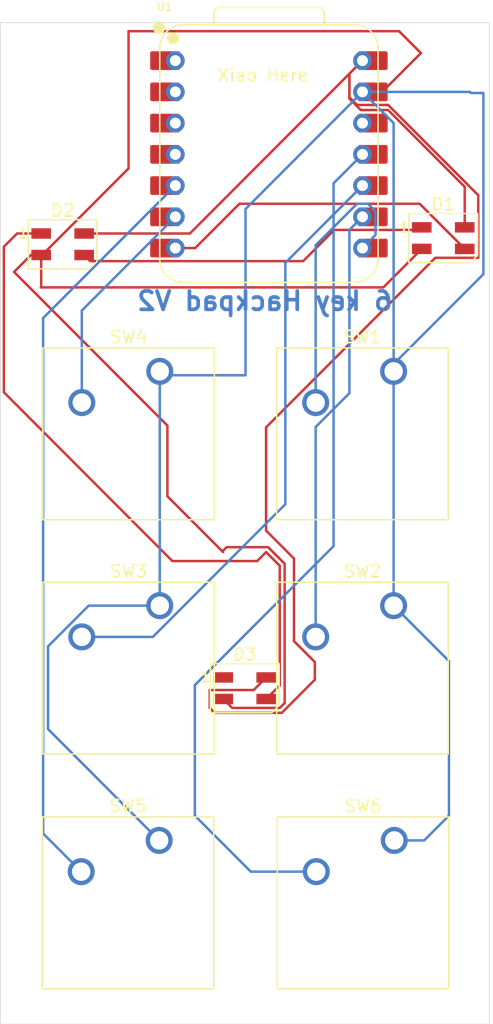
<source format=kicad_pcb>
(kicad_pcb (version 20241229) (generator "pcbnew") (generator_version "9.0")
  (layers (0 "F.Cu" signal) (2 "B.Cu" signal) (13 "F.Paste" user) (15 "B.Paste" user) (5 "F.SilkS" user "F.Silkscreen") (7 "B.SilkS" user "B.Silkscreen") (1 "F.Mask" user) (3 "B.Mask" user) (25 "Edge.Cuts" user))
  (net 0 "")
  (net 1 "Net-(D1-DOUT)")
  (net 2 "Net-(D1-DIN)")
  (net 3 "+5V")
  (net 4 "GND")
  (net 5 "Net-(U1-GPIO1{slash}RX)")
  (net 6 "Net-(U1-GPIO7{slash}SCL)")
  (net 12 "Net-(D2-DOUT)")
  (net 14 "Net-(U1-GPIO6{slash}SDA)")
  (footprint "Button_Switch_Keyboard:SW_Cherry_MX_1.00u_PCB" (layer "F.Cu") (at 114.51 94.97)
    (property "Reference" "SW6" (at -2.54 -2.794 0) (layer "F.SilkS"))
    (property "Value" "SW_Push")
    (fp_line (start -9.525 -1.905) (end 4.445 -1.905) (stroke (width 0.12)) (layer "F.SilkS"))
    (fp_line (start -9.525 12.065) (end -9.525 -1.905) (stroke (width 0.12)) (layer "F.SilkS"))
    (fp_line (start 4.445 -1.905) (end 4.445 12.065) (stroke (width 0.12)) (layer "F.SilkS"))
    (fp_line (start 4.445 12.065) (end -9.525 12.065) (stroke (width 0.12)) (layer "F.SilkS"))
    (pad "" np_thru_hole circle (at -7.62 5.08) (size 1.7 1.7) (drill 1.7) (layers "*.Cu" "*.Mask"))
    (pad "" np_thru_hole circle (at -2.54 5.08) (size 4 4) (drill 4) (layers "*.Cu" "*.Mask"))
    (pad "" np_thru_hole circle (at 2.54 5.08) (size 1.7 1.7) (drill 1.7) (layers "*.Cu" "*.Mask"))
    (pad "1" thru_hole circle (at 0 0) (size 2.2 2.2) (drill 1.5) (layers "*.Cu" "*.Mask") (net 4 "GND"))
    (pad "2" thru_hole circle (at -6.35 2.54) (size 2.2 2.2) (drill 1.5) (layers "*.Cu" "*.Mask") (net 5 "Net-(U1-GPIO1{slash}RX)"))
  )
  (footprint "Button_Switch_Keyboard:SW_Cherry_MX_1.00u_PCB" (layer "F.Cu") (at 114.45875 75.8825)
    (property "Reference" "SW2" (at -2.54 -2.794 0) (layer "F.SilkS"))
    (property "Value" "SW_Push")
    (fp_line (start -9.525 -1.905) (end 4.445 -1.905) (stroke (width 0.12)) (layer "F.SilkS"))
    (fp_line (start -9.525 12.065) (end -9.525 -1.905) (stroke (width 0.12)) (layer "F.SilkS"))
    (fp_line (start 4.445 -1.905) (end 4.445 12.065) (stroke (width 0.12)) (layer "F.SilkS"))
    (fp_line (start 4.445 12.065) (end -9.525 12.065) (stroke (width 0.12)) (layer "F.SilkS"))
    (pad "" np_thru_hole circle (at -7.62 5.08) (size 1.7 1.7) (drill 1.7) (layers "*.Cu" "*.Mask"))
    (pad "" np_thru_hole circle (at -2.54 5.08) (size 4 4) (drill 4) (layers "*.Cu" "*.Mask"))
    (pad "" np_thru_hole circle (at 2.54 5.08) (size 1.7 1.7) (drill 1.7) (layers "*.Cu" "*.Mask"))
    (pad "1" thru_hole circle (at 0 0) (size 2.2 2.2) (drill 1.5) (layers "*.Cu" "*.Mask") (net 4 "GND"))
    (pad "2" thru_hole circle (at -6.35 2.54) (size 2.2 2.2) (drill 1.5) (layers "*.Cu" "*.Mask") (net 5 "Net-(U1-GPIO1{slash}RX)"))
  )
  (footprint "Button_Switch_Keyboard:SW_Cherry_MX_1.00u_PCB" (layer "F.Cu") (at 95.36 94.97)
    (property "Reference" "SW5" (at -2.54 -2.794 0) (layer "F.SilkS"))
    (property "Value" "SW_Push")
    (fp_line (start -9.525 -1.905) (end 4.445 -1.905) (stroke (width 0.12)) (layer "F.SilkS"))
    (fp_line (start -9.525 12.065) (end -9.525 -1.905) (stroke (width 0.12)) (layer "F.SilkS"))
    (fp_line (start 4.445 -1.905) (end 4.445 12.065) (stroke (width 0.12)) (layer "F.SilkS"))
    (fp_line (start 4.445 12.065) (end -9.525 12.065) (stroke (width 0.12)) (layer "F.SilkS"))
    (pad "" np_thru_hole circle (at -7.62 5.08) (size 1.7 1.7) (drill 1.7) (layers "*.Cu" "*.Mask"))
    (pad "" np_thru_hole circle (at -2.54 5.08) (size 4 4) (drill 4) (layers "*.Cu" "*.Mask"))
    (pad "" np_thru_hole circle (at 2.54 5.08) (size 1.7 1.7) (drill 1.7) (layers "*.Cu" "*.Mask"))
    (pad "1" thru_hole circle (at 0 0) (size 2.2 2.2) (drill 1.5) (layers "*.Cu" "*.Mask") (net 4 "GND"))
    (pad "2" thru_hole circle (at -6.35 2.54) (size 2.2 2.2) (drill 1.5) (layers "*.Cu" "*.Mask") (net 14 "Net-(U1-GPIO6{slash}SDA)"))
  )
  (footprint "LED_SMD:LED_SK6812MINI_PLCC4_3.5x3.5mm_P1.75mm" (layer "F.Cu") (at 87.5 46.5)
    (property "Reference" "D2" (at 0 -2.75 0) (layer "F.SilkS"))
    (property "Value" "SK6812MINI")
    (fp_line (start -2.8 -2) (end -2.8 2) (stroke (width 0.12)) (layer "F.SilkS"))
    (fp_line (start -2.8 -2) (end 2.8 -2) (stroke (width 0.12)) (layer "F.SilkS"))
    (fp_line (start -2.8 2) (end 2.2 2) (stroke (width 0.12)) (layer "F.SilkS"))
    (fp_line (start 2.8 1.4) (end 2.2 2) (stroke (width 0.12)) (layer "F.SilkS"))
    (fp_line (start 2.8 1.4) (end 2.8 -2) (stroke (width 0.12)) (layer "F.SilkS"))
    (fp_text user "1" (at -3.2 -0.875 0) (layer "F.SilkS") (effects (font (size 0.8 0.8))))
    (pad "1" smd rect (at -1.75 -0.875) (size 1.6 0.85) (layers "F.Cu" "F.Mask" "F.Paste") (net 12 "Net-(D2-DOUT)"))
    (pad "2" smd rect (at -1.75 0.875) (size 1.6 0.85) (layers "F.Cu" "F.Mask" "F.Paste") (net 4 "GND"))
    (pad "3" smd rect (at 1.75 0.875) (size 1.6 0.85) (layers "F.Cu" "F.Mask" "F.Paste") (net 1 "Net-(D1-DOUT)"))
    (pad "4" smd rect (at 1.75 -0.875) (size 1.6 0.85) (layers "F.Cu" "F.Mask" "F.Paste") (net 3 "+5V"))
  )
  (footprint "Button_Switch_Keyboard:SW_Cherry_MX_1.00u_PCB" (layer "F.Cu") (at 95.40875 56.8325)
    (property "Reference" "SW4" (at -2.54 -2.794 0) (layer "F.SilkS"))
    (property "Value" "SW_Push")
    (fp_line (start -9.525 -1.905) (end 4.445 -1.905) (stroke (width 0.12)) (layer "F.SilkS"))
    (fp_line (start -9.525 12.065) (end -9.525 -1.905) (stroke (width 0.12)) (layer "F.SilkS"))
    (fp_line (start 4.445 -1.905) (end 4.445 12.065) (stroke (width 0.12)) (layer "F.SilkS"))
    (fp_line (start 4.445 12.065) (end -9.525 12.065) (stroke (width 0.12)) (layer "F.SilkS"))
    (pad "" np_thru_hole circle (at -7.62 5.08) (size 1.7 1.7) (drill 1.7) (layers "*.Cu" "*.Mask"))
    (pad "" np_thru_hole circle (at -2.54 5.08) (size 4 4) (drill 4) (layers "*.Cu" "*.Mask"))
    (pad "" np_thru_hole circle (at 2.54 5.08) (size 1.7 1.7) (drill 1.7) (layers "*.Cu" "*.Mask"))
    (pad "1" thru_hole circle (at 0 0) (size 2.2 2.2) (drill 1.5) (layers "*.Cu" "*.Mask") (net 4 "GND"))
    (pad "2" thru_hole circle (at -6.35 2.54) (size 2.2 2.2) (drill 1.5) (layers "*.Cu" "*.Mask") (net 6 "Net-(U1-GPIO7{slash}SCL)"))
  )
  (footprint "5:XIAO-RP2040-DIP" (layer "F.Cu") (at 104.29875 39.19)
    (property "Reference" "U1" (at -8.5 -12 0) (layer "F.SilkS") (effects (font (size 0.635 0.635) (thickness 0.1016))))
    (property "Value" "XIAO-RP2040-DIP")
    (fp_line (start -8.89 8.509) (end -8.89 -8.636) (stroke (width 0.127)) (layer "F.SilkS"))
    (fp_line (start -6.985 10.414) (end 6.985 10.414) (stroke (width 0.127)) (layer "F.SilkS"))
    (fp_line (start -4.495 -10.541) (end -4.491272 -11.451272) (stroke (width 0.127)) (layer "F.SilkS"))
    (fp_line (start -3.991272 -11.951) (end 4.004 -11.951) (stroke (width 0.127)) (layer "F.SilkS"))
    (fp_line (start 4.504 -11.451) (end 4.504 -10.541) (stroke (width 0.127)) (layer "F.SilkS"))
    (fp_line (start 6.985 -10.541) (end -6.985 -10.541) (stroke (width 0.1)) (layer "F.SilkS"))
    (fp_line (start 6.985 -10.541) (end -6.985 -10.541) (stroke (width 0.127)) (layer "F.SilkS"))
    (fp_line (start 8.89 8.509) (end 8.89 -8.636) (stroke (width 0.127)) (layer "F.SilkS"))
    (fp_arc (start -8.89 -8.636) (mid -8.332038 -9.983038) (end -6.985 -10.541) (stroke (width 0.127)) (layer "F.SilkS"))
    (fp_arc (start -6.985 10.414) (mid -8.332038 9.856038) (end -8.89 8.509) (stroke (width 0.127)) (layer "F.SilkS"))
    (fp_arc (start -4.491272 -11.451272) (mid -4.344728 -11.80464) (end -3.991272 -11.951) (stroke (width 0.127)) (layer "F.SilkS"))
    (fp_arc (start 4.004 -11.951) (mid 4.357553 -11.804553) (end 4.504 -11.451) (stroke (width 0.127)) (layer "F.SilkS"))
    (fp_arc (start 6.985 -10.541) (mid 8.332038 -9.983038) (end 8.89 -8.636) (stroke (width 0.127)) (layer "F.SilkS"))
    (fp_arc (start 8.89 8.509) (mid 8.332038 9.856038) (end 6.985 10.414) (stroke (width 0.127)) (layer "F.SilkS"))
    (fp_circle (center -8.95 -10.3) (end -8.95 -10.554) (stroke (width 0.5)) (fill yes) (layer "F.SilkS"))
    (fp_circle (center -7.807 -9.42) (end -7.807 -9.674) (stroke (width 0.5)) (fill yes) (layer "F.SilkS"))
    (pad "1" smd roundrect (at -8.455 -7.62 180) (size 2.432 1.524) (layers "F.Cu" "F.Mask") (roundrect_rratio 0.1))
    (pad "1" thru_hole circle (at -7.62 -7.62 180) (size 1.524 1.524) (drill 0.889) (layers "*.Cu" "*.Mask"))
    (pad "2" smd roundrect (at -8.455 -5.08 180) (size 2.432 1.524) (layers "F.Cu" "F.Mask") (roundrect_rratio 0.1))
    (pad "2" thru_hole circle (at -7.62 -5.08 180) (size 1.524 1.524) (drill 0.889) (layers "*.Cu" "*.Mask"))
    (pad "3" smd roundrect (at -8.455 -2.54 180) (size 2.432 1.524) (layers "F.Cu" "F.Mask") (roundrect_rratio 0.1))
    (pad "3" thru_hole circle (at -7.62 -2.54 180) (size 1.524 1.524) (drill 0.889) (layers "*.Cu" "*.Mask"))
    (pad "4" smd roundrect (at -8.455 0 180) (size 2.432 1.524) (layers "F.Cu" "F.Mask") (roundrect_rratio 0.1))
    (pad "4" thru_hole circle (at -7.62 0 180) (size 1.524 1.524) (drill 0.889) (layers "*.Cu" "*.Mask"))
    (pad "5" smd roundrect (at -8.455 2.54 180) (size 2.432 1.524) (layers "F.Cu" "F.Mask") (roundrect_rratio 0.1) (net 14 "Net-(U1-GPIO6{slash}SDA)"))
    (pad "5" thru_hole circle (at -7.62 2.54 180) (size 1.524 1.524) (drill 0.889) (layers "*.Cu" "*.Mask") (net 14 "Net-(U1-GPIO6{slash}SDA)"))
    (pad "6" smd roundrect (at -8.455 5.08 180) (size 2.432 1.524) (layers "F.Cu" "F.Mask") (roundrect_rratio 0.1) (net 6 "Net-(U1-GPIO7{slash}SCL)"))
    (pad "6" thru_hole circle (at -7.62 5.08 180) (size 1.524 1.524) (drill 0.889) (layers "*.Cu" "*.Mask") (net 6 "Net-(U1-GPIO7{slash}SCL)"))
    (pad "7" smd roundrect (at -8.455 7.62 180) (size 2.432 1.524) (layers "F.Cu" "F.Mask") (roundrect_rratio 0.1) (net 2 "Net-(D1-DIN)"))
    (pad "7" thru_hole circle (at -7.62 7.62 180) (size 1.524 1.524) (drill 0.889) (layers "*.Cu" "*.Mask") (net 2 "Net-(D1-DIN)"))
    (pad "8" thru_hole circle (at 7.62 7.62) (size 1.524 1.524) (drill 0.889) (layers "*.Cu" "*.Mask") (net 5 "Net-(U1-GPIO1{slash}RX)"))
    (pad "8" smd roundrect (at 8.455 7.62) (size 2.432 1.524) (layers "F.Cu" "F.Mask") (roundrect_rratio 0.1) (net 5 "Net-(U1-GPIO1{slash}RX)"))
    (pad "9" thru_hole circle (at 7.62 5.08) (size 1.524 1.524) (drill 0.889) (layers "*.Cu" "*.Mask") (net 5 "Net-(U1-GPIO1{slash}RX)"))
    (pad "9" smd roundrect (at 8.455 5.08) (size 2.432 1.524) (layers "F.Cu" "F.Mask") (roundrect_rratio 0.1) (net 5 "Net-(U1-GPIO1{slash}RX)"))
    (pad "10" thru_hole circle (at 7.62 2.54) (size 1.524 1.524) (drill 0.889) (layers "*.Cu" "*.Mask") (net 5 "Net-(U1-GPIO1{slash}RX)"))
    (pad "10" smd roundrect (at 8.455 2.54) (size 2.432 1.524) (layers "F.Cu" "F.Mask") (roundrect_rratio 0.1) (net 5 "Net-(U1-GPIO1{slash}RX)"))
    (pad "11" thru_hole circle (at 7.62 0) (size 1.524 1.524) (drill 0.889) (layers "*.Cu" "*.Mask") (net 5 "Net-(U1-GPIO1{slash}RX)"))
    (pad "11" smd roundrect (at 8.455 0) (size 2.432 1.524) (layers "F.Cu" "F.Mask") (roundrect_rratio 0.1) (net 5 "Net-(U1-GPIO1{slash}RX)"))
    (pad "12" thru_hole circle (at 7.62 -2.54) (size 1.524 1.524) (drill 0.889) (layers "*.Cu" "*.Mask"))
    (pad "12" smd roundrect (at 8.455 -2.54) (size 2.432 1.524) (layers "F.Cu" "F.Mask") (roundrect_rratio 0.1))
    (pad "13" thru_hole circle (at 7.62 -5.08) (size 1.524 1.524) (drill 0.889) (layers "*.Cu" "*.Mask") (net 4 "GND"))
    (pad "13" smd roundrect (at 8.455 -5.08) (size 2.432 1.524) (layers "F.Cu" "F.Mask") (roundrect_rratio 0.1) (net 4 "GND"))
    (pad "14" thru_hole circle (at 7.62 -7.62) (size 1.524 1.524) (drill 0.889) (layers "*.Cu" "*.Mask") (net 3 "+5V"))
    (pad "14" smd roundrect (at 8.455 -7.62) (size 2.432 1.524) (layers "F.Cu" "F.Mask") (roundrect_rratio 0.1) (net 3 "+5V"))
  )
  (footprint "LED_SMD:LED_SK6812MINI_PLCC4_3.5x3.5mm_P1.75mm" (layer "F.Cu") (at 118.5 46)
    (property "Reference" "D1" (at 0 -2.75 0) (layer "F.SilkS"))
    (property "Value" "SK6812MINI")
    (fp_line (start -2.8 -2) (end -2.8 2) (stroke (width 0.12)) (layer "F.SilkS"))
    (fp_line (start -2.8 -2) (end 2.8 -2) (stroke (width 0.12)) (layer "F.SilkS"))
    (fp_line (start -2.8 2) (end 2.2 2) (stroke (width 0.12)) (layer "F.SilkS"))
    (fp_line (start 2.8 1.4) (end 2.2 2) (stroke (width 0.12)) (layer "F.SilkS"))
    (fp_line (start 2.8 1.4) (end 2.8 -2) (stroke (width 0.12)) (layer "F.SilkS"))
    (fp_text user "1" (at -3.2 -0.875 0) (layer "F.SilkS") (effects (font (size 0.8 0.8))))
    (pad "1" smd rect (at -1.75 -0.875) (size 1.6 0.85) (layers "F.Cu" "F.Mask" "F.Paste") (net 1 "Net-(D1-DOUT)"))
    (pad "2" smd rect (at -1.75 0.875) (size 1.6 0.85) (layers "F.Cu" "F.Mask" "F.Paste") (net 4 "GND"))
    (pad "3" smd rect (at 1.75 0.875) (size 1.6 0.85) (layers "F.Cu" "F.Mask" "F.Paste") (net 2 "Net-(D1-DIN)"))
    (pad "4" smd rect (at 1.75 -0.875) (size 1.6 0.85) (layers "F.Cu" "F.Mask" "F.Paste") (net 3 "+5V"))
  )
  (footprint "LED_SMD:LED_SK6812MINI_PLCC4_3.5x3.5mm_P1.75mm" (layer "F.Cu") (at 102.33 82.595)
    (property "Reference" "D3" (at 0 -2.75 0) (layer "F.SilkS"))
    (property "Value" "SK6812MINI")
    (fp_line (start -2.8 -2) (end -2.8 2) (stroke (width 0.12)) (layer "F.SilkS"))
    (fp_line (start -2.8 -2) (end 2.8 -2) (stroke (width 0.12)) (layer "F.SilkS"))
    (fp_line (start -2.8 2) (end 2.2 2) (stroke (width 0.12)) (layer "F.SilkS"))
    (fp_line (start 2.8 1.4) (end 2.2 2) (stroke (width 0.12)) (layer "F.SilkS"))
    (fp_line (start 2.8 1.4) (end 2.8 -2) (stroke (width 0.12)) (layer "F.SilkS"))
    (fp_text user "1" (at -3.2 -0.875 0) (layer "F.SilkS") (effects (font (size 0.8 0.8))))
    (pad "1" smd rect (at -1.75 -0.875) (size 1.6 0.85) (layers "F.Cu" "F.Mask" "F.Paste"))
    (pad "2" smd rect (at -1.75 0.875) (size 1.6 0.85) (layers "F.Cu" "F.Mask" "F.Paste") (net 4 "GND"))
    (pad "3" smd rect (at 1.75 0.875) (size 1.6 0.85) (layers "F.Cu" "F.Mask" "F.Paste") (net 12 "Net-(D2-DOUT)"))
    (pad "4" smd rect (at 1.75 -0.875) (size 1.6 0.85) (layers "F.Cu" "F.Mask" "F.Paste") (net 3 "+5V"))
  )
  (footprint "Button_Switch_Keyboard:SW_Cherry_MX_1.00u_PCB" (layer "F.Cu") (at 95.40875 75.8825)
    (property "Reference" "SW3" (at -2.54 -2.794 0) (layer "F.SilkS"))
    (property "Value" "SW_Push")
    (fp_line (start -9.525 -1.905) (end 4.445 -1.905) (stroke (width 0.12)) (layer "F.SilkS"))
    (fp_line (start -9.525 12.065) (end -9.525 -1.905) (stroke (width 0.12)) (layer "F.SilkS"))
    (fp_line (start 4.445 -1.905) (end 4.445 12.065) (stroke (width 0.12)) (layer "F.SilkS"))
    (fp_line (start 4.445 12.065) (end -9.525 12.065) (stroke (width 0.12)) (layer "F.SilkS"))
    (pad "" np_thru_hole circle (at -7.62 5.08) (size 1.7 1.7) (drill 1.7) (layers "*.Cu" "*.Mask"))
    (pad "" np_thru_hole circle (at -2.54 5.08) (size 4 4) (drill 4) (layers "*.Cu" "*.Mask"))
    (pad "" np_thru_hole circle (at 2.54 5.08) (size 1.7 1.7) (drill 1.7) (layers "*.Cu" "*.Mask"))
    (pad "1" thru_hole circle (at 0 0) (size 2.2 2.2) (drill 1.5) (layers "*.Cu" "*.Mask") (net 4 "GND"))
    (pad "2" thru_hole circle (at -6.35 2.54) (size 2.2 2.2) (drill 1.5) (layers "*.Cu" "*.Mask") (net 5 "Net-(U1-GPIO1{slash}RX)"))
  )
  (footprint "Button_Switch_Keyboard:SW_Cherry_MX_1.00u_PCB" (layer "F.Cu") (at 114.45875 56.8325)
    (property "Reference" "SW1" (at -2.54 -2.794 0) (layer "F.SilkS"))
    (property "Value" "SW_Push")
    (fp_line (start -9.525 -1.905) (end 4.445 -1.905) (stroke (width 0.12)) (layer "F.SilkS"))
    (fp_line (start -9.525 12.065) (end -9.525 -1.905) (stroke (width 0.12)) (layer "F.SilkS"))
    (fp_line (start 4.445 -1.905) (end 4.445 12.065) (stroke (width 0.12)) (layer "F.SilkS"))
    (fp_line (start 4.445 12.065) (end -9.525 12.065) (stroke (width 0.12)) (layer "F.SilkS"))
    (pad "" np_thru_hole circle (at -7.62 5.08) (size 1.7 1.7) (drill 1.7) (layers "*.Cu" "*.Mask"))
    (pad "" np_thru_hole circle (at -2.54 5.08) (size 4 4) (drill 4) (layers "*.Cu" "*.Mask"))
    (pad "" np_thru_hole circle (at 2.54 5.08) (size 1.7 1.7) (drill 1.7) (layers "*.Cu" "*.Mask"))
    (pad "1" thru_hole circle (at 0 0) (size 2.2 2.2) (drill 1.5) (layers "*.Cu" "*.Mask") (net 4 "GND"))
    (pad "2" thru_hole circle (at -6.35 2.54) (size 2.2 2.2) (drill 1.5) (layers "*.Cu" "*.Mask") (net 5 "Net-(U1-GPIO1{slash}RX)"))
  )
  (gr_rect (start 82.42 28.48) (end 122.26 109.9) (stroke (width 0.05)) (fill no) (layer "Edge.Cuts"))
  (gr_text "6 key Hackpad V2" (at 114.52 51.99 0) (layer "B.Cu") (effects (font (size 1.5 1.5) (thickness 0.3) (bold yes)) (justify left bottom mirror)))
  (gr_text "Xiao Here" (at 100.0125 33.3375 0) (layer "F.SilkS") (effects (font (size 1 1)) (justify left bottom)))
  (segment (start 116.75 45.125) (end 116.542 45.333) (width 0.2) (layer "F.Cu") (net 1))
  (segment (start 116.542 45.333) (end 109.62675 45.333) (width 0.2) (layer "F.Cu") (net 1))
  (segment (start 107.08675 47.873) (end 89.748 47.873) (width 0.2) (layer "F.Cu") (net 1))
  (segment (start 109.62675 45.333) (end 107.08675 47.873) (width 0.2) (layer "F.Cu") (net 1))
  (segment (start 89.748 47.873) (end 89.25 47.375) (width 0.2) (layer "F.Cu") (net 1))
  (segment (start 120.25 46.875) (end 116.582 43.207) (width 0.2) (layer "F.Cu") (net 2))
  (segment (start 101.89625 43.207) (end 98.29325 46.81) (width 0.2) (layer "F.Cu") (net 2))
  (segment (start 116.582 43.207) (end 101.89625 43.207) (width 0.2) (layer "F.Cu") (net 2))
  (segment (start 98.29325 46.81) (end 96.67875 46.81) (width 0.2) (layer "F.Cu") (net 2))
  (segment (start 114.009376 35.173) (end 111.47844 35.173) (width 0.2) (layer "F.Cu") (net 3))
  (segment (start 99.479 82.744) (end 103.056 82.744) (width 0.2) (layer "F.Cu") (net 3))
  (segment (start 120.25 41.827624) (end 120.25 45.125) (width 0.2) (layer "F.Cu") (net 3))
  (segment (start 111.787 35.587) (end 114.009376 35.587) (width 0.2) (layer "F.Cu") (net 3))
  (segment (start 99.88 84.597) (end 99.479 84.196) (width 0.2) (layer "F.Cu") (net 3))
  (segment (start 110.85575 32.633) (end 111.91875 31.57) (width 0.2) (layer "F.Cu") (net 3))
  (segment (start 89.25 45.625) (end 97.86375 45.625) (width 0.2) (layer "F.Cu") (net 3))
  (segment (start 106.34128 72.05128) (end 106.34128 78.76656) (width 0.2) (layer "F.Cu") (net 3))
  (segment (start 104.07 61.382) (end 117.851 47.601) (width 0.2) (layer "F.Cu") (net 3))
  (segment (start 114.009376 35.587) (end 120.25 41.827624) (width 0.2) (layer "F.Cu") (net 3))
  (segment (start 117.851 47.601) (end 121.351 47.601) (width 0.2) (layer "F.Cu") (net 3))
  (segment (start 108.03975 81.90435) (end 105.3471 84.597) (width 0.2) (layer "F.Cu") (net 3))
  (segment (start 110.85575 34.65575) (end 111.787 35.587) (width 0.2) (layer "F.Cu") (net 3))
  (segment (start 106.34128 78.76656) (end 108.03975 80.46503) (width 0.2) (layer "F.Cu") (net 3))
  (segment (start 104.07 69.78) (end 106.34128 72.05128) (width 0.2) (layer "F.Cu") (net 3))
  (segment (start 121.351 42.514624) (end 114.009376 35.173) (width 0.2) (layer "F.Cu") (net 3))
  (segment (start 110.85575 34.55031) (end 110.85575 32.633) (width 0.2) (layer "F.Cu") (net 3))
  (segment (start 99.479 84.196) (end 99.479 82.744) (width 0.2) (layer "F.Cu") (net 3))
  (segment (start 111.47844 35.173) (end 110.85575 34.55031) (width 0.2) (layer "F.Cu") (net 3))
  (segment (start 121.351 47.601) (end 121.351 42.514624) (width 0.2) (layer "F.Cu") (net 3))
  (segment (start 104.07 69.78) (end 104.07 61.382) (width 0.2) (layer "F.Cu") (net 3))
  (segment (start 108.03975 80.46503) (end 108.03975 81.90435) (width 0.2) (layer "F.Cu") (net 3))
  (segment (start 105.3471 84.597) (end 99.88 84.597) (width 0.2) (layer "F.Cu") (net 3))
  (segment (start 110.85575 32.633) (end 110.85575 34.65575) (width 0.2) (layer "F.Cu") (net 3))
  (segment (start 103.056 82.744) (end 104.08 81.72) (width 0.2) (layer "F.Cu") (net 3))
  (segment (start 97.86375 45.625) (end 111.91875 31.57) (width 0.2) (layer "F.Cu") (net 3))
  (segment (start 85.827 47.375) (end 85.75 47.375) (width 0.2) (layer "F.Cu") (net 4))
  (segment (start 92.86875 40.33325) (end 85.827 47.375) (width 0.2) (layer "F.Cu") (net 4))
  (segment (start 100.851 71.129) (end 104.2361 71.129) (width 0.2) (layer "F.Cu") (net 4))
  (segment (start 116.68125 30.95625) (end 114.901 29.176) (width 0.2) (layer "F.Cu") (net 4))
  (segment (start 113.5275 34.11) (end 116.68125 30.95625) (width 0.2) (layer "F.Cu") (net 4))
  (segment (start 85.75 47.375) (end 85.475 47.375) (width 0.2) (layer "F.Cu") (net 4))
  (segment (start 105.181 84.196) (end 101.306 84.196) (width 0.2) (layer "F.Cu") (net 4))
  (segment (start 96.03 66.99) (end 96.03 61.24) (width 0.2) (layer "F.Cu") (net 4))
  (segment (start 92.86875 29.176) (end 92.86875 40.33325) (width 0.2) (layer "F.Cu") (net 4))
  (segment (start 100.51 71.47) (end 96.03 66.99) (width 0.2) (layer "F.Cu") (net 4))
  (segment (start 105.582 72.4749) (end 105.582 83.795) (width 0.2) (layer "F.Cu") (net 4))
  (segment (start 85.725 50.00625) (end 113.61875 50.00625) (width 0.2) (layer "F.Cu") (net 4))
  (segment (start 113.61875 50.00625) (end 116.75 46.875) (width 0.2) (layer "F.Cu") (net 4))
  (segment (start 100.57 71.53) (end 100.51 71.47) (width 0.2) (layer "F.Cu") (net 4))
  (segment (start 85.75 49.98125) (end 85.725 50.00625) (width 0.2) (layer "F.Cu") (net 4))
  (segment (start 104.2361 71.129) (end 105.582 72.4749) (width 0.2) (layer "F.Cu") (net 4))
  (segment (start 105.582 83.795) (end 105.181 84.196) (width 0.2) (layer "F.Cu") (net 4))
  (segment (start 111.91875 34.11) (end 113.5275 34.11) (width 0.2) (layer "F.Cu") (net 4))
  (segment (start 96.03 61.24) (end 83.54 48.75) (width 0.2) (layer "F.Cu") (net 4))
  (segment (start 84.915 47.375) (end 85.75 47.375) (width 0.2) (layer "F.Cu") (net 4))
  (segment (start 83.54 48.75) (end 84.915 47.375) (width 0.2) (layer "F.Cu") (net 4))
  (segment (start 101.306 84.196) (end 100.58 83.47) (width 0.2) (layer "F.Cu") (net 4))
  (segment (start 114.901 29.176) (end 92.86875 29.176) (width 0.2) (layer "F.Cu") (net 4))
  (segment (start 85.75 47.375) (end 85.75 49.98125) (width 0.2) (layer "F.Cu") (net 4))
  (segment (start 100.51 71.47) (end 100.851 71.129) (width 0.2) (layer "F.Cu") (net 4))
  (segment (start 102.39375 57.15) (end 102.39375 43.635) (width 0.2) (layer "B.Cu") (net 4))
  (segment (start 114.45875 75.8825) (end 114.45875 36.65) (width 0.2) (layer "B.Cu") (net 4))
  (segment (start 89.617436 75.8825) (end 95.40875 75.8825) (width 0.2) (layer "B.Cu") (net 4))
  (segment (start 86.31 85.92) (end 86.31 79.189936) (width 0.2) (layer "B.Cu") (net 4))
  (segment (start 86.31 79.189936) (end 89.617436 75.8825) (width 0.2) (layer "B.Cu") (net 4))
  (segment (start 118.963989 92.951918) (end 118.963989 80.387739) (width 0.2) (layer "B.Cu") (net 4))
  (segment (start 114.45875 36.65) (end 111.91875 34.11) (width 0.2) (layer "B.Cu") (net 4))
  (segment (start 118.963989 80.387739) (end 114.45875 75.8825) (width 0.2) (layer "B.Cu") (net 4))
  (segment (start 114.51 94.97) (end 116.945907 94.97) (width 0.2) (layer "B.Cu") (net 4))
  (segment (start 102.39375 57.15) (end 100.0125 57.15) (width 0.2) (layer "B.Cu") (net 4))
  (segment (start 95.40875 75.8825) (end 95.40875 56.8325) (width 0.2) (layer "B.Cu") (net 4))
  (segment (start 113.95475 56.74525) (end 121.77 48.93) (width 0.2) (layer "B.Cu") (net 4))
  (segment (start 116.945907 94.97) (end 118.963989 92.951918) (width 0.2) (layer "B.Cu") (net 4))
  (segment (start 121.77 48.93) (end 121.77 34.20025) (width 0.2) (layer "B.Cu") (net 4))
  (segment (start 121.77 34.20025) (end 120.7615 34.20025) (width 0.2) (layer "B.Cu") (net 4))
  (segment (start 95.72625 57.15) (end 102.39375 57.15) (width 0.2) (layer "B.Cu") (net 4))
  (segment (start 114.14125 57.15) (end 114.45875 56.8325) (width 0.2) (layer "B.Cu") (net 4))
  (segment (start 120.67125 34.11) (end 111.91875 34.11) (width 0.2) (layer "B.Cu") (net 4))
  (segment (start 95.40875 56.8325) (end 95.72625 57.15) (width 0.2) (layer "B.Cu") (net 4))
  (segment (start 120.7615 34.20025) (end 120.67125 34.11) (width 0.2) (layer "B.Cu") (net 4))
  (segment (start 95.36 94.97) (end 86.31 85.92) (width 0.2) (layer "B.Cu") (net 4))
  (segment (start 102.39375 43.635) (end 111.91875 34.11) (width 0.2) (layer "B.Cu") (net 4))
  (segment (start 109.56775 71.04197) (end 109.56775 41.541) (width 0.2) (layer "B.Cu") (net 5))
  (segment (start 112.98175 43.82969) (end 112.98175 45.747) (width 0.2) (layer "B.Cu") (net 5))
  (segment (start 110.85575 45.333) (end 111.91875 44.27) (width 0.2) (layer "B.Cu") (net 5))
  (segment (start 108.10875 46.57669) (end 111.47844 43.207) (width 0.2) (layer "B.Cu") (net 5))
  (segment (start 108.10875 61.353814) (end 110.85575 58.606814) (width 0.2) (layer "B.Cu") (net 5))
  (segment (start 112.35906 43.207) (end 112.98175 43.82969) (width 0.2) (layer "B.Cu") (net 5))
  (segment (start 108.10875 78.4225) (end 108.10875 61.353814) (width 0.2) (layer "B.Cu") (net 5))
  (segment (start 111.47844 43.207) (end 112.35906 43.207) (width 0.2) (layer "B.Cu") (net 5))
  (segment (start 110.85575 58.606814) (end 110.85575 45.333) (width 0.2) (layer "B.Cu") (net 5))
  (segment (start 109.56775 41.541) (end 111.91875 39.19) (width 0.2) (layer "B.Cu") (net 5))
  (segment (start 112.98175 45.747) (end 111.91875 46.81) (width 0.2) (layer "B.Cu") (net 5))
  (segment (start 102.822632 97.51) (end 98.26455 92.951918) (width 0.2) (layer "B.Cu") (net 5))
  (segment (start 94.850064 78.4225) (end 105.63775 67.634814) (width 0.2) (layer "B.Cu") (net 5))
  (segment (start 98.26455 82.34517) (end 109.56775 71.04197) (width 0.2) (layer "B.Cu") (net 5))
  (segment (start 108.16 97.51) (end 102.822632 97.51) (width 0.2) (layer "B.Cu") (net 5))
  (segment (start 105.63775 67.634814) (end 105.63775 48.011) (width 0.2) (layer "B.Cu") (net 5))
  (segment (start 89.05875 78.4225) (end 94.850064 78.4225) (width 0.2) (layer "B.Cu") (net 5))
  (segment (start 98.26455 92.951918) (end 98.26455 82.34517) (width 0.2) (layer "B.Cu") (net 5))
  (segment (start 105.63775 48.011) (end 111.91875 41.73) (width 0.2) (layer "B.Cu") (net 5))
  (segment (start 108.10875 59.3725) (end 108.10875 46.57669) (width 0.2) (layer "B.Cu") (net 5))
  (segment (start 89.05875 51.89) (end 96.67875 44.27) (width 0.2) (layer "B.Cu") (net 6))
  (segment (start 89.05875 59.3725) (end 89.05875 51.89) (width 0.2) (layer "B.Cu") (net 6))
  (segment (start 105.181 72.641) (end 105.181 82.369) (width 0.2) (layer "F.Cu") (net 12))
  (segment (start 82.71 58.53222) (end 82.71 46.7) (width 0.2) (layer "F.Cu") (net 12))
  (segment (start 82.71 46.7) (end 83.785 45.625) (width 0.2) (layer "F.Cu") (net 12))
  (segment (start 104.07 71.53) (end 103.344 72.256) (width 0.2) (layer "F.Cu") (net 12))
  (segment (start 104.07 71.53) (end 105.181 72.641) (width 0.2) (layer "F.Cu") (net 12))
  (segment (start 96.43378 72.256) (end 82.71 58.53222) (width 0.2) (layer "F.Cu") (net 12))
  (segment (start 105.181 82.369) (end 104.08 83.47) (width 0.2) (layer "F.Cu") (net 12))
  (segment (start 83.785 45.625) (end 85.75 45.625) (width 0.2) (layer "F.Cu") (net 12))
  (segment (start 103.344 72.256) (end 96.43378 72.256) (width 0.2) (layer "F.Cu") (net 12))
  (segment (start 85.909 52.49975) (end 96.67875 41.73) (width 0.2) (layer "B.Cu") (net 14))
  (segment (start 85.909 94.409) (end 85.909 52.49975) (width 0.2) (layer "B.Cu") (net 14))
  (segment (start 89.01 97.51) (end 85.909 94.409) (width 0.2) (layer "B.Cu") (net 14))
)
</source>
